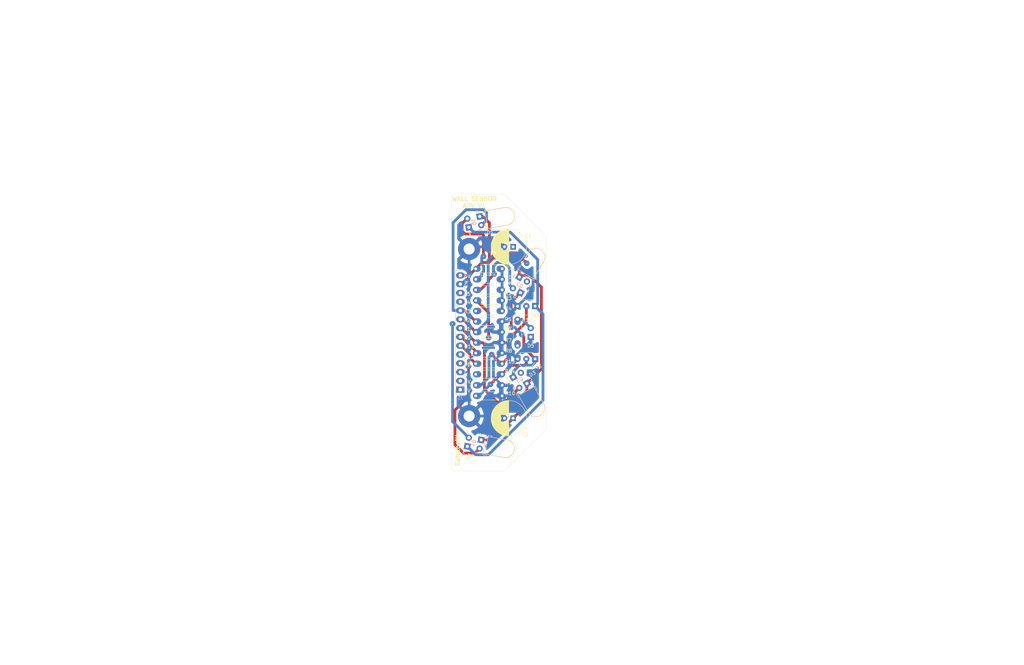
<source format=kicad_pcb>
(kicad_pcb (version 20241229) (generator "pcbnew") (generator_version "9.0")
  (layers (0 "F.Cu" signal) (2 "B.Cu" signal) (13 "F.Paste" user) (15 "B.Paste" user) (5 "F.SilkS" user "F.Silkscreen") (7 "B.SilkS" user "B.Silkscreen") (1 "F.Mask" user) (3 "B.Mask" user) (25 "Edge.Cuts" user))
  (net 0 "")
  (net 1 "/FWD_COMMON")
  (net 2 "Net-(D1-A)")
  (net 3 "GND")
  (net 4 "Net-(D2-A)")
  (net 5 "Net-(D3-A)")
  (net 6 "Net-(D4-A)")
  (net 7 "Net-(D5-A)")
  (net 10 "V_LED")
  (net 11 "A3_LF")
  (net 12 "A2_LD")
  (net 13 "A1_RD")
  (net 14 "A0_RF")
  (net 15 "D6_LED")
  (net 16 "D11_FRONT")
  (net 17 "D12_DIAGONAL")
  (net 18 "5V")
  (net 21 "Net-(Q5-B)")
  (net 22 "/DIA_COMMON")
  (net 23 "Net-(Q6-B)")
  (footprint "MountingHole:MountingHole_3.2mm_M3_Pad" (layer "F.Cu") (at 144.37 129.13)
    (property "Reference" "H2" (hide yes))
    (property "Value" "3.2mm")
    (pad "1" thru_hole circle (at 0 0) (size 6.4 6.4) (drill 3.2) (layers "*.Cu" "*.Mask") (net 3 "GND"))
  )
  (footprint "ukmarsbot:LED_D5.0mm_Horizontal_O6.35mm_Z3.0mm" (layer "F.Cu") (at 159.2 93.5 150)
    (property "Reference" "D2" (at 0.38923 -1.725833 150) (layer "F.SilkS"))
    (property "Value" "SFH4545")
    (fp_text user "k" (at -1.691858 1.669615 330) (layer "F.SilkS"))
    (fp_text user "a" (at 4.134679 0.961474 330) (layer "F.SilkS"))
    (pad "1" thru_hole rect (at 0 0 150) (size 1.8 1.8) (drill 0.9) (layers "*.Cu" "*.Mask") (net 22 "/DIA_COMMON"))
    (pad "2" thru_hole circle (at 2.54 0 150) (size 1.8 1.8) (drill 0.9) (layers "*.Cu" "*.Mask") (net 4 "Net-(D2-A)"))
  )
  (footprint "ukmarsbot:LED_D5.0mm_Horizontal_O6.35mm_Z3.0mm" (layer "F.Cu") (at 144.277127 74.6 100)
    (property "Reference" "D1" (at -2.496749 5.844102 190) (layer "F.SilkS"))
    (property "Value" "SFH4545")
    (fp_text user "k" (at -1.984163 0.01163 10) (layer "F.SilkS"))
    (fp_text user "a" (at 4.270951 1.105308 10) (layer "F.SilkS"))
    (pad "1" thru_hole rect (at 0 0 100) (size 1.8 1.8) (drill 0.9) (layers "*.Cu" "*.Mask") (net 1 "/FWD_COMMON"))
    (pad "2" thru_hole circle (at 2.54 0 100) (size 1.8 1.8) (drill 0.9) (layers "*.Cu" "*.Mask") (net 2 "Net-(D1-A)"))
  )
  (footprint "LED_THT:LED_D3.0mm" (layer "F.Cu") (at 162.15 106.275 90)
    (property "Reference" "D5" (at -2.535 0 0) (layer "F.SilkS"))
    (property "Value" "LED")
    (pad "1" thru_hole rect (at 0 0 90) (size 1.8 1.8) (drill 0.9) (layers "*.Cu" "*.Mask") (net 3 "GND"))
    (pad "2" thru_hole circle (at 2.54 0 90) (size 1.8 1.8) (drill 0.9) (layers "*.Cu" "*.Mask") (net 7 "Net-(D5-A)"))
  )
  (footprint "ukmarsbot:R_Axial_DIN0207_L6.3mm_D2.5mm_P7.62mm_BIGPAD" (layer "F.Cu") (at 146.275 92.681)
    (property "Reference" "R2" (at 9.425 1.019 0) (layer "F.SilkS"))
    (property "Value" "10R")
    (pad "1" thru_hole oval (at 0 0) (size 2.4 1.8) (drill 0.8 (offset 0.4 0)) (layers "*.Cu" "*.Mask") (net 4 "Net-(D2-A)"))
    (pad "2" thru_hole oval (at 7.62 0) (size 2.4 1.8) (drill 0.8 (offset -0.4 0)) (layers "*.Cu" "*.Mask") (net 10 "V_LED"))
  )
  (footprint "ukmarsbot:TO-92_Inline_Wide_HandSolder" (layer "F.Cu") (at 163.42 112.62 180)
    (property "Reference" "Q6" (at -0.88 -2.18 180) (layer "F.SilkS"))
    (property "Value" "BC337")
    (pad "1" thru_hole rect (at 0 0 180) (size 1.8 1.8) (drill 0.8) (layers "*.Cu" "*.Mask") (net 22 "/DIA_COMMON"))
    (pad "2" thru_hole circle (at 2.54 0 180) (size 1.8 1.8) (drill 0.8) (layers "*.Cu" "*.Mask") (net 23 "Net-(Q6-B)"))
    (pad "3" thru_hole circle (at 5.08 0 180) (size 1.8 1.8) (drill 0.8) (layers "*.Cu" "*.Mask") (net 3 "GND"))
  )
  (footprint "Capacitor_THT:CP_Radial_D10.0mm_P2.50mm" (layer "F.Cu") (at 157.07 80.235 180)
    (property "Reference" "C1" (at -4.318 3.048 180) (layer "F.SilkS"))
    (property "Value" "330uF, 16V")
    (pad "1" thru_hole rect (at 0 0 180) (size 1.6 1.6) (drill 0.8) (layers "*.Cu" "*.Mask") (net 10 "V_LED"))
    (pad "2" thru_hole circle (at 2.5 0 180) (size 1.6 1.6) (drill 0.8) (layers "*.Cu" "*.Mask") (net 3 "GND"))
  )
  (footprint "ukmarsbot:LED_D5.0mm_Horizontal_O6.35mm_Z3.0mm" (layer "F.Cu") (at 157.1 117.9 30)
    (property "Reference" "D3" (at 5.294369 1.945884 210) (layer "F.SilkS"))
    (property "Value" "SFH4545")
    (fp_text user "a" (at 4.131089 -0.155256 30) (layer "F.SilkS"))
    (fp_text user "k" (at -1.485641 -0.626795 30) (layer "F.SilkS"))
    (pad "1" thru_hole rect (at 0 0 30) (size 1.8 1.8) (drill 0.9) (layers "*.Cu" "*.Mask") (net 22 "/DIA_COMMON"))
    (pad "2" thru_hole circle (at 2.54 0 30) (size 1.8 1.8) (drill 0.9) (layers "*.Cu" "*.Mask") (net 5 "Net-(D3-A)"))
  )
  (footprint "ukmarsbot:R_Axial_DIN0207_L6.3mm_D2.5mm_P7.62mm_BIGPAD" (layer "F.Cu") (at 146.275 89.633)
    (property "Reference" "R1" (at 9.425 -0.633 0) (layer "F.SilkS"))
    (property "Value" "10R")
    (pad "1" thru_hole oval (at 0 0) (size 2.4 1.8) (drill 0.8 (offset 0.4 0)) (layers "*.Cu" "*.Mask") (net 2 "Net-(D1-A)"))
    (pad "2" thru_hole oval (at 7.62 0) (size 2.4 1.8) (drill 0.8 (offset -0.4 0)) (layers "*.Cu" "*.Mask") (net 10 "V_LED"))
  )
  (footprint "ukmarsbot:LED_D5.0mm_Horizontal_O6.35mm_Z3.0mm" (layer "F.Cu") (at 143.834325 137.9 80)
    (property "Reference" "D4" (at -2.820817 0.783407 80) (layer "F.SilkS"))
    (property "Value" "SFH4545")
    (fp_text user "k" (at -1.796492 -0.720996 350) (layer "F.SilkS"))
    (fp_text user "a" (at 4.383322 -0.778991 350) (layer "F.SilkS"))
    (pad "1" thru_hole rect (at 0 0 80) (size 1.8 1.8) (drill 0.9) (layers "*.Cu" "*.Mask") (net 1 "/FWD_COMMON"))
    (pad "2" thru_hole circle (at 2.54 0 80) (size 1.8 1.8) (drill 0.9) (layers "*.Cu" "*.Mask") (net 6 "Net-(D4-A)"))
  )
  (footprint "ukmarsbot:R_Axial_DIN0207_L6.3mm_D2.5mm_P7.62mm_BIGPAD" (layer "F.Cu") (at 146.285 95.729)
    (property "Reference" "R3" (at 9.415 -0.629 0) (layer "F.SilkS"))
    (property "Value" "10R")
    (pad "1" thru_hole oval (at 0 0) (size 2.4 1.8) (drill 0.8 (offset 0.4 0)) (layers "*.Cu" "*.Mask") (net 5 "Net-(D3-A)"))
    (pad "2" thru_hole oval (at 7.62 0) (size 2.4 1.8) (drill 0.8 (offset -0.4 0)) (layers "*.Cu" "*.Mask") (net 10 "V_LED"))
  )
  (footprint "ukmarsbot:R_Axial_DIN0207_L6.3mm_D2.5mm_P7.62mm_BIGPAD" (layer "F.Cu") (at 146.275 107.921)
    (property "Reference" "R7" (at 9.425 -0.621 0) (layer "F.SilkS"))
    (property "Value" "1k8")
    (pad "1" thru_hole oval (at 0 0) (size 2.4 1.8) (drill 0.8 (offset 0.4 0)) (layers "*.Cu" "*.Mask") (net 13 "A1_RD"))
    (pad "2" thru_hole oval (at 7.62 0) (size 2.4 1.8) (drill 0.8 (offset -0.4 0)) (layers "*.Cu" "*.Mask") (net 3 "GND"))
  )
  (footprint "ukmarsbot:R_Axial_DIN0207_L6.3mm_D2.5mm_P7.62mm_BIGPAD" (layer "F.Cu") (at 146.275 101.825)
    (property "Reference" "R5" (at 9.325 -0.625 0) (layer "F.SilkS"))
    (property "Value" "1k8")
    (pad "1" thru_hole oval (at 0 0) (size 2.4 1.8) (drill 0.8 (offset 0.4 0)) (layers "*.Cu" "*.Mask") (net 11 "A3_LF"))
    (pad "2" thru_hole oval (at 7.62 0) (size 2.4 1.8) (drill 0.8 (offset -0.4 0)) (layers "*.Cu" "*.Mask") (net 3 "GND"))
  )
  (footprint "ukmarsbot:R_Axial_DIN0207_L6.3mm_D2.5mm_P7.62mm_BIGPAD" (layer "F.Cu") (at 146.275 110.969)
    (property "Reference" "R8" (at 9.525 -0.669 0) (layer "F.SilkS"))
    (property "Value" "1k8")
    (pad "1" thru_hole oval (at 0 0) (size 2.4 1.8) (drill 0.8 (offset 0.4 0)) (layers "*.Cu" "*.Mask") (net 14 "A0_RF"))
    (pad "2" thru_hole oval (at 7.62 0) (size 2.4 1.8) (drill 0.8 (offset -0.4 0)) (layers "*.Cu" "*.Mask") (net 3 "GND"))
  )
  (footprint "ukmarsbot:R_Axial_DIN0207_L6.3mm_D2.5mm_P7.62mm_BIGPAD" (layer "F.Cu") (at 146.275 123.288)
    (property "Reference" "R10" (at 9.925 -0.688 0) (layer "F.SilkS"))
    (property "Value" "100k")
    (pad "1" thru_hole oval (at 0 0) (size 2.4 1.8) (drill 0.8 (offset 0.4 0)) (layers "*.Cu" "*.Mask") (net 23 "Net-(Q6-B)"))
    (pad "2" thru_hole oval (at 7.62 0) (size 2.4 1.8) (drill 0.8 (offset -0.4 0)) (layers "*.Cu" "*.Mask") (net 3 "GND"))
  )
  (footprint "ukmarsbot:R_Axial_DIN0207_L6.3mm_D2.5mm_P7.62mm_BIGPAD" (layer "F.Cu") (at 146.275 104.873)
    (property "Reference" "R6" (at 9.325 -0.973 0) (layer "F.SilkS"))
    (property "Value" "1k8")
    (pad "1" thru_hole oval (at 0 0) (size 2.4 1.8) (drill 0.8 (offset 0.4 0)) (layers "*.Cu" "*.Mask") (net 12 "A2_LD"))
    (pad "2" thru_hole oval (at 7.62 0) (size 2.4 1.8) (drill 0.8 (offset -0.4 0)) (layers "*.Cu" "*.Mask") (net 3 "GND"))
  )
  (footprint "ukmarsbot:TO-92_Inline_Wide_HandSolder" (layer "F.Cu") (at 163.42 97.38 180)
    (property "Reference" "Q5" (at -0.28 -2.52 180) (layer "F.SilkS"))
    (property "Value" "BC337")
    (pad "1" thru_hole rect (at 0 0 180) (size 1.8 1.8) (drill 0.8) (layers "*.Cu" "*.Mask") (net 1 "/FWD_COMMON"))
    (pad "2" thru_hole circle (at 2.54 0 180) (size 1.8 1.8) (drill 0.8) (layers "*.Cu" "*.Mask") (net 21 "Net-(Q5-B)"))
    (pad "3" thru_hole circle (at 5.08 0 180) (size 1.8 1.8) (drill 0.8) (layers "*.Cu" "*.Mask") (net 3 "GND"))
  )
  (footprint "MountingHole:MountingHole_3.2mm_M3_Pad" (layer "F.Cu") (at 144.37 80.87)
    (property "Reference" "H1" (hide yes))
    (property "Value" "3.2mm")
    (pad "1" thru_hole circle (at 0 0) (size 6.4 6.4) (drill 3.2) (layers "*.Cu" "*.Mask") (net 3 "GND"))
  )
  (footprint "ukmarsbot:R_Axial_DIN0207_L6.3mm_D2.5mm_P7.62mm_BIGPAD" (layer "F.Cu") (at 153.885 86.585 180)
    (property "Reference" "R11" (at -2.415 0.285 180) (layer "F.SilkS"))
    (property "Value" "33")
    (pad "1" thru_hole oval (at 0 0 180) (size 2.4 1.8) (drill 0.8 (offset 0.4 0)) (layers "*.Cu" "*.Mask") (net 10 "V_LED"))
    (pad "2" thru_hole oval (at 7.62 0 180) (size 2 1.8) (drill 0.8 (offset -0.4 0)) (layers "*.Cu" "*.Mask") (net 18 "5V"))
  )
  (footprint "ukmarsbot:R_Axial_DIN0207_L6.3mm_D2.5mm_P7.62mm_BIGPAD" (layer "F.Cu") (at 146.275 98.777)
    (property "Reference" "R4" (at 9.425 -0.677 0) (layer "F.SilkS"))
    (property "Value" "10R")
    (pad "1" thru_hole oval (at 0 0) (size 2.4 1.8) (drill 0.8 (offset 0.4 0)) (layers "*.Cu" "*.Mask") (net 6 "Net-(D4-A)"))
    (pad "2" thru_hole oval (at 7.62 0) (size 2.4 1.8) (drill 0.8 (offset -0.4 0)) (layers "*.Cu" "*.Mask") (net 10 "V_LED"))
  )
  (footprint "ukmarsbot:R_Axial_DIN0207_L6.3mm_D2.5mm_P7.62mm_BIGPAD" (layer "F.Cu") (at 158.34 101.2 -90)
    (property "Reference" "R12" (at 0.2 -2.76 0) (layer "F.SilkS"))
    (property "Value" "1k0")
    (pad "1" thru_hole oval (at 0 0 270) (size 2.4 1.8) (drill 0.8 (offset 0.4 0)) (layers "*.Cu" "*.Mask") (net 7 "Net-(D5-A)"))
    (pad "2" thru_hole oval (at 7.62 0 270) (size 2.4 1.8) (drill 0.8 (offset -0.4 0)) (layers "*.Cu" "*.Mask") (net 15 "D6_LED"))
  )
  (footprint "ukmarsbot:R_Axial_DIN0207_L6.3mm_D2.5mm_P7.62mm_BIGPAD" (layer "F.Cu") (at 146.275 120.24)
    (property "Reference" "R9" (at 9.425 -0.64 0) (layer "F.SilkS"))
    (property "Value" "100k")
    (pad "1" thru_hole oval (at 0 0) (size 2.4 1.8) (drill 0.8 (offset 0.4 0)) (layers "*.Cu" "*.Mask") (net 21 "Net-(Q5-B)"))
    (pad "2" thru_hole oval (at 7.62 0) (size 2.4 1.8) (drill 0.8 (offset -0.4 0)) (layers "*.Cu" "*.Mask") (net 3 "GND"))
  )
  (footprint "ukmarsbot:R_Axial_DIN0207_L6.3mm_D2.5mm_P7.62mm_BIGPAD" (layer "F.Cu") (at 146.275 114.017)
    (property "Reference" "R13" (at 9.825 -0.617 0) (layer "F.SilkS"))
    (property "Value" "390R")
    (pad "1" thru_hole oval (at 0 0) (size 2.4 1.8) (drill 0.8 (offset 0.4 0)) (layers "*.Cu" "*.Mask") (net 16 "D11_FRONT"))
    (pad "2" thru_hole oval (at 7.62 0) (size 2.4 1.8) (drill 0.8 (offset -0.4 0)) (layers "*.Cu" "*.Mask") (net 21 "Net-(Q5-B)"))
  )
  (footprint "ukmarsbot:R_Axial_DIN0207_L6.3mm_D2.5mm_P7.62mm_BIGPAD" (layer "F.Cu") (at 146.275 117.065)
    (property "Reference" "R14" (at 9.825 -0.865 0) (layer "F.SilkS"))
    (property "Value" "390R")
    (pad "1" thru_hole oval (at 0 0) (size 2.4 1.8) (drill 0.8 (offset 0.4 0)) (layers "*.Cu" "*.Mask") (net 17 "D12_DIAGONAL"))
    (pad "2" thru_hole oval (at 7.62 0) (size 2.4 1.8) (drill 0.8 (offset -0.4 0)) (layers "*.Cu" "*.Mask") (net 23 "Net-(Q6-B)"))
  )
  (footprint "ukmarsbot:mainboard_with_maze" (layer "F.Cu") (at 105 105)
    (property "Reference" "REF**" (hide yes))
    (property "Value" "UKMARSBOT")
  )
  (footprint "Capacitor_THT:CP_Radial_D10.0mm_P2.50mm" (layer "F.Cu") (at 157.07 129.765 180)
    (property "Reference" "C2" (at -3.429 -4.699 180) (layer "F.SilkS"))
    (property "Value" "330uF, 16V")
    (pad "1" thru_hole rect (at 0 0 180) (size 1.6 1.6) (drill 0.8) (layers "*.Cu" "*.Mask") (net 18 "5V"))
    (pad "2" thru_hole circle (at 2.5 0 180) (size 1.6 1.6) (drill 0.8) (layers "*.Cu" "*.Mask") (net 3 "GND"))
  )
  (footprint "ukmarsbot:LED_D5.0mm_Horizontal_O1.27mm_Z3.0mm_IRGrey" (layer "B.Cu") (at 147.825391 136.026588 -100)
    (property "Reference" "Q4" (at 1.27 1.96 80) (layer "B.SilkS") (effects (justify mirror)))
    (property "Value" "TEFT4300")
    (fp_text user "c" (at -1.500002 0.6 80) (layer "B.SilkS") (effects (justify mirror)))
    (fp_text user "e" (at 3.9 0.7 80) (layer "B.SilkS") (effects (justify mirror)))
    (pad "1" thru_hole rect (at 0 0 260) (size 1.8 1.8) (drill 0.9) (layers "*.Cu" "*.Mask") (net 18 "5V"))
    (pad "2" thru_hole circle (at 2.54 0 260) (size 1.8 1.8) (drill 0.9) (layers "*.Cu" "*.Mask") (net 14 "A0_RF"))
  )
  (footprint "ukmarsbot:LED_D5.0mm_Horizontal_O1.27mm_Z3.0mm_IRGrey" (layer "B.Cu") (at 158.848 88.998 -30)
    (property "Reference" "Q2" (at 1.27 1.96 150) (layer "B.SilkS") (effects (justify mirror)))
    (property "Value" "TEFT4300")
    (fp_text user "c" (at -1.5 0.6 150) (layer "B.SilkS") (effects (justify mirror)))
    (fp_text user "e" (at 3.9 0.7 150) (layer "B.SilkS") (effects (justify mirror)))
    (pad "1" thru_hole rect (at 0 0 330) (size 1.8 1.8) (drill 0.9) (layers "*.Cu" "*.Mask") (net 18 "5V"))
    (pad "2" thru_hole circle (at 2.54 0 330) (size 1.8 1.8) (drill 0.9) (layers "*.Cu" "*.Mask") (net 12 "A2_LD"))
  )
  (footprint "ukmarsbot:LED_D5.0mm_Horizontal_O1.27mm_Z3.0mm_IRGrey" (layer "B.Cu") (at 147.427127 71.472 -80)
    (property "Reference" "Q1" (at 1.27 1.96 100) (layer "B.SilkS") (effects (justify mirror)))
    (property "Value" "TEFT4300")
    (fp_text user "e" (at 3.9 0.7 100) (layer "B.SilkS") (effects (justify mirror)))
    (fp_text user "c" (at -1.5 0.6 100) (layer "B.SilkS") (effects (justify mirror)))
    (pad "1" thru_hole rect (at 0 0 280) (size 1.8 1.8) (drill 0.9) (layers "*.Cu" "*.Mask") (net 18 "5V"))
    (pad "2" thru_hole circle (at 2.54 0 280) (size 1.8 1.8) (drill 0.9) (layers "*.Cu" "*.Mask") (net 11 "A3_LF"))
  )
  (footprint "ukmarsbot:LED_D5.0mm_Horizontal_O1.27mm_Z3.0mm_IRGrey" (layer "B.Cu") (at 161.047705 119.732 -150)
    (property "Reference" "Q3" (at 1.27 1.96 30) (layer "B.SilkS") (effects (justify mirror)))
    (property "Value" "TEFT4300")
    (fp_text user "c" (at -1.5 0.6 30) (layer "B.SilkS") (effects (justify mirror)))
    (fp_text user "e" (at 3.9 0.7 30) (layer "B.SilkS") (effects (justify mirror)))
    (pad "1" thru_hole rect (at 0 0 210) (size 1.8 1.8) (drill 0.9) (layers "*.Cu" "*.Mask") (net 18 "5V"))
    (pad "2" thru_hole circle (at 2.54 0 210) (size 1.8 1.8) (drill 0.9) (layers "*.Cu" "*.Mask") (net 13 "A1_RD"))
  )
  (footprint "ukmarsbot:PinHeader_1x14_P2.54mm_Vertical_Longpads" (layer "B.Cu") (at 141.83 121.51)
    (property "Reference" "J1" (at 0 2.33 180) (layer "B.SilkS") (effects (justify mirror)))
    (property "Value" "Conn_01x14")
    (pad "1" thru_hole rect (at 0 0) (size 2.4 1.8) (drill 1) (layers "*.Cu" "*.Mask"))
    (pad "2" thru_hole oval (at 0 -2.54) (size 2.4 1.8) (drill 1) (layers "*.Cu" "*.Mask"))
    (pad "3" thru_hole oval (at 0 -5.08) (size 2.4 1.8) (drill 1) (layers "*.Cu" "*.Mask") (net 3 "GND"))
    (pad "4" thru_hole oval (at 0 -7.62) (size 2.4 1.8) (drill 1) (layers "*.Cu" "*.Mask") (net 15 "D6_LED"))
    (pad "5" thru_hole oval (at 0 -10.16) (size 2.4 1.8) (drill 1) (layers "*.Cu" "*.Mask") (net 17 "D12_DIAGONAL"))
    (pad "6" thru_hole oval (at 0 -12.7) (size 2.4 1.8) (drill 1) (layers "*.Cu" "*.Mask") (net 16 "D11_FRONT"))
    (pad "7" thru_hole oval (at 0 -15.24) (size 2.4 1.8) (drill 1) (layers "*.Cu" "*.Mask") (net 14 "A0_RF"))
    (pad "8" thru_hole oval (at 0 -17.78) (size 2.4 1.8) (drill 1) (layers "*.Cu" "*.Mask") (net 13 "A1_RD"))
    (pad "9" thru_hole oval (at 0 -20.32) (size 2.4 1.8) (drill 1) (layers "*.Cu" "*.Mask") (net 12 "A2_LD"))
    (pad "10" thru_hole oval (at 0 -22.86) (size 2.4 1.8) (drill 1) (layers "*.Cu" "*.Mask") (net 11 "A3_LF"))
    (pad "11" thru_hole oval (at 0 -25.4) (size 2.4 1.8) (drill 1) (layers "*.Cu" "*.Mask"))
    (pad "12" thru_hole oval (at 0 -27.94) (size 2.4 1.8) (drill 1) (layers "*.Cu" "*.Mask"))
    (pad "13" thru_hole oval (at 0 -30.48) (size 2.4 1.8) (drill 1) (layers "*.Cu" "*.Mask") (net 3 "GND"))
    (pad "14" thru_hole oval (at 0 -33.02) (size 2.4 1.8) (drill 1) (layers "*.Cu" "*.Mask") (net 18 "5V"))
  )
  (gr_line (start 139.29 145.005) (end 139.29 64.995) (stroke (width 0.05)) (layer "Edge.Cuts"))
  (gr_line (start 166.595 132.305) (end 166.595 132.94) (stroke (width 0.05)) (layer "Edge.Cuts"))
  (gr_line (start 166.595 132.94) (end 154.53 145.005) (stroke (width 0.05)) (layer "Edge.Cuts"))
  (gr_line (start 154.53 145.005) (end 139.29 145.005) (stroke (width 0.05)) (layer "Edge.Cuts"))
  (gr_line (start 166.595 77.06) (end 166.595 132.305) (stroke (width 0.05)) (layer "Edge.Cuts"))
  (gr_line (start 154.53 64.995) (end 166.595 77.06) (stroke (width 0.05)) (layer "Edge.Cuts"))
  (gr_line (start 139.29 64.995) (end 154.53 64.995) (stroke (width 0.05)) (layer "Edge.Cuts"))
  (gr_text "G" (at 142.846 91.284 0) (layer "F.SilkS") (effects (font (size 1 1)) (justify left)))
  (gr_text "5V" (at 142.846 88.744 0) (layer "F.SilkS") (effects (font (size 1 1)) (justify left)))
  (gr_text "3V" (at 142.846 121.764 0) (layer "F.SilkS") (effects (font (size 1 1)) (justify left)))
  (gr_text "WALL SENSOR\nADV V1" (at 145.894 67.408 0) (layer "F.SilkS") (effects (font (size 1.25 1.25) (thickness 0.254))))
  (gr_text "A1" (at 142.846 103.984 0) (layer "F.SilkS") (effects (font (size 1 1)) (justify left)))
  (gr_text "Ratatouille " (at 141.068 138.02 90) (layer "F.SilkS") (effects (font (size 1.25 1.25) (thickness 0.254))))
  (gr_text "D11" (at 142.846 109.064 0) (layer "F.SilkS") (effects (font (size 1 1)) (justify left)))
  (gr_text "D6" (at 142.846 114.144 0) (layer "F.SilkS") (effects (font (size 1 1)) (justify left)))
  (gr_text "A3" (at 142.846 98.904 0) (layer "F.SilkS") (effects (font (size 1 1)) (justify left)))
  (gr_text "A2" (at 142.846 101.444 0) (layer "F.SilkS") (effects (font (size 1 1)) (justify left)))
  (gr_text "G" (at 142.846 116.684 0) (layer "F.SilkS") (effects (font (size 1 1)) (justify left)))
  (gr_text "5V" (at 142.846 119.224 0) (layer "F.SilkS") (effects (font (size 1 1)) (justify left)))
  (gr_text "A0" (at 142.846 106.524 0) (layer "F.SilkS") (effects (font (size 1 1)) (justify left)))
  (gr_text "A5" (at 142.846 93.824 0) (layer "F.SilkS") (effects (font (size 1 1)) (justify left)))
  (gr_text "A4" (at 142.846 96.364 0) (layer "F.SilkS") (effects (font (size 1 1)) (justify left)))
  (gr_text "D12" (at 142.846 112.112 0) (layer "F.SilkS") (effects (font (size 1 1)) (justify left)))
  (segment (start 144.277127 74.6) (end 145.677127 76) (width 0.8) (layer "B.Cu") (net 1))
  (segment (start 164.149705 83.912705) (end 164.149705 96.650295) (width 0.8) (layer "B.Cu") (net 1))
  (segment (start 149.908 140.329) (end 146.263325 140.329) (width 0.8) (layer "B.Cu") (net 1))
  (segment (start 156.237 76) (end 164.149705 83.912705) (width 0.8) (layer "B.Cu") (net 1))
  (segment (start 165.694 124.543) (end 149.908 140.329) (width 0.8) (layer "B.Cu") (net 1))
  (segment (start 146.263325 140.329) (end 143.834325 137.9) (width 0.8) (layer "B.Cu") (net 1))
  (segment (start 165.694 99.654) (end 165.694 124.543) (width 0.8) (layer "B.Cu") (net 1))
  (segment (start 145.677127 76) (end 156.237 76) (width 0.8) (layer "B.Cu") (net 1))
  (segment (start 163.42 97.38) (end 165.694 99.654) (width 0.8) (layer "B.Cu") (net 1))
  (segment (start 164.149705 96.650295) (end 163.42 97.38) (width 0.8) (layer "B.Cu") (net 1))
  (segment (start 143.836061 72.098588) (end 143.731677 72.098588) (width 0.8) (layer "F.Cu") (net 2))
  (segment (start 148.5 76.866911) (end 148.5 83) (width 0.8) (layer "F.Cu") (net 2))
  (segment (start 142.333517 73.496748) (end 142.333517 75.703252) (width 0.8) (layer "F.Cu") (net 2))
  (segment (start 143.731677 72.098588) (end 142.333517 73.496748) (width 0.8) (layer "F.Cu") (net 2))
  (segment (start 142.333517 75.703252) (end 143.173875 76.54361) (width 0.8) (layer "F.Cu") (net 2))
  (segment (start 148.176699 76.54361) (end 148.5 76.866911) (width 0.8) (layer "F.Cu") (net 2))
  (segment (start 143.173875 76.54361) (end 148.176699 76.54361) (width 0.8) (layer "F.Cu") (net 2))
  (via (at 148.5 83) (size 1.6) (drill 0.3) (layers "F.Cu" "B.Cu") (net 2))
  (segment (start 148 87.896999) (end 148 88.5) (width 0.8) (layer "B.Cu") (net 2))
  (segment (start 148.566 87.330999) (end 148 87.896999) (width 0.8) (layer "B.Cu") (net 2))
  (segment (start 148 83.5) (end 148 85.273001) (width 0.8) (layer "B.Cu") (net 2))
  (segment (start 148 88.5) (end 146.867 89.633) (width 0.8) (layer "B.Cu") (net 2))
  (segment (start 148 85.273001) (end 148.566 85.839001) (width 0.8) (layer "B.Cu") (net 2))
  (segment (start 146.867 89.633) (end 146.275 89.633) (width 0.8) (layer "B.Cu") (net 2))
  (segment (start 148.566 85.839001) (end 148.566 87.330999) (width 0.8) (layer "B.Cu") (net 2))
  (segment (start 148.5 83) (end 148 83.5) (width 0.8) (layer "B.Cu") (net 2))
  (segment (start 153.895 101.825) (end 158.34 97.38) (width 0.8) (layer "B.Cu") (net 3))
  (segment (start 145.005 80.235) (end 144.37 80.87) (width 0.8) (layer "B.Cu") (net 3))
  (segment (start 151.394 113.271001) (end 153.696001 110.969) (width 0.8) (layer "B.Cu") (net 3))
  (segment (start 154.57 123.963) (end 153.895 123.288) (width 0.8) (layer "B.Cu") (net 3))
  (segment (start 151.394 117.810999) (end 151.394 113.271001) (width 0.8) (layer "B.Cu") (net 3))
  (segment (start 142.136999 91.03) (end 141.83 91.03) (width 0.8) (layer "B.Cu") (net 3))
  (segment (start 144.37 129.13) (end 153.935 129.13) (width 0.8) (layer "B.Cu") (net 3))
  (segment (start 158.34 111.266999) (end 162.15 107.456999) (width 0.8) (layer "B.Cu") (net 3))
  (segment (start 144.37 129.13) (end 144.37 116.97) (width 0.8) (layer "B.Cu") (net 3))
  (segment (start 153.895 107.921) (end 153.895 104.873) (width 0.8) (layer "B.Cu") (net 3))
  (segment (start 156.689 110.969) (end 158.34 112.62) (width 0.8) (layer "B.Cu") (net 3))
  (segment (start 153.935 129.13) (end 154.57 129.765) (width 0.8) (layer "B.Cu") (net 3))
  (segment (start 158.34 112.62) (end 158.34 111.266999) (width 0.8) (layer "B.Cu") (net 3))
  (segment (start 154.57 80.235) (end 145.005 80.235) (width 0.8) (layer "B.Cu") (net 3))
  (segment (start 153.895 120.24) (end 153.823001 120.24) (width 0.8) (layer "B.Cu") (net 3))
  (segment (start 158.34 97.38) (end 158.34 97.373001) (width 0.8) (layer "B.Cu") (net 3))
  (segment (start 162.848705 89.415705) (end 154.57 81.137) (width 0.8) (layer "B.Cu") (net 3))
  (segment (start 144.37 88.796999) (end 142.136999 91.03) (width 0.8) (layer "B.Cu") (net 3))
  (segment (start 162.15 107.456999) (end 162.15 106.275) (width 0.8) (layer "B.Cu") (net 3))
  (segment (start 144.37 116.97) (end 143.83 116.43) (width 0.8) (layer "B.Cu") (net 3))
  (segment (start 153.895 104.873) (end 153.895 101.825) (width 0.8) (layer "B.Cu") (net 3))
  (segment (start 158.34 97.373001) (end 162.848705 92.864296) (width 0.8) (layer "B.Cu") (net 3))
  (segment (start 154.57 129.765) (end 154.57 123.963) (width 0.8) (layer "B.Cu") (net 3))
  (segment (start 144.37 80.87) (end 144.37 88.796999) (width 0.8) (layer "B.Cu") (net 3))
  (segment (start 153.895 110.969) (end 153.895 107.921) (width 0.8) (layer "B.Cu") (net 3))
  (segment (start 153.696001 110.969) (end 153.895 110.969) (width 0.8) (layer "B.Cu") (net 3))
  (segment (start 153.823001 120.24) (end 151.394 117.810999) (width 0.8) (layer "B.Cu") (net 3))
  (segment (start 154.57 81.137) (end 154.57 80.235) (width 0.8) (layer "B.Cu") (net 3))
  (segment (start 153.895 110.969) (end 156.689 110.969) (width 0.8) (layer "B.Cu") (net 3))
  (segment (start 153.895 123.288) (end 153.895 120.24) (width 0.8) (layer "B.Cu") (net 3))
  (segment (start 162.848705 92.864296) (end 162.848705 89.415705) (width 0.8) (layer "B.Cu") (net 3))
  (segment (start 143.83 116.43) (end 141.83 116.43) (width 0.8) (layer "B.Cu") (net 3))
  (segment (start 147.600001 92.681) (end 146.275 92.681) (width 0.8) (layer "F.Cu") (net 4))
  (segment (start 150 89.717831) (end 150 90.281001) (width 0.8) (layer "F.Cu") (net 4))
  (segment (start 151.5985 88.119331) (end 150 89.717831) (width 0.8) (layer "F.Cu") (net 4))
  (segment (start 150 90.281001) (end 147.600001 92.681) (width 0.8) (layer "F.Cu") (net 4))
  (via (at 151.5985 88.119331) (size 1.6) (drill 0.3) (layers "F.Cu" "B.Cu") (net 4))
  (segment (start 151.384 85.839001) (end 152.439001 84.784) (width 0.8) (layer "B.Cu") (net 4))
  (segment (start 151.5985 88.119331) (end 151.5985 87.545499) (width 0.8) (layer "B.Cu") (net 4))
  (segment (start 156.100295 86.353296) (end 156.100295 91.33) (width 0.8) (layer "B.Cu") (net 4))
  (segment (start 151.5985 87.545499) (end 151.384 87.330999) (width 0.8) (layer "B.Cu") (net 4))
  (segment (start 152.439001 84.784) (end 154.530999 84.784) (width 0.8) (layer "B.Cu") (net 4))
  (segment (start 154.530999 84.784) (end 156.100295 86.353296) (width 0.8) (layer "B.Cu") (net 4))
  (segment (start 151.384 87.330999) (end 151.384 85.839001) (width 0.8) (layer "B.Cu") (net 4))
  (segment (start 156.100295 91.33) (end 157.000295 92.23) (width 0.8) (layer "B.Cu") (net 4))
  (segment (start 146.285 95.729) (end 146.473999 95.729) (width 0.8) (layer "F.Cu") (net 5))
  (segment (start 150 99.255001) (end 150 106.5) (width 0.8) (layer "F.Cu") (net 5))
  (segment (start 146.473999 95.729) (end 150 99.255001) (width 0.8) (layer "F.Cu") (net 5))
  (via (at 150 106.5) (size 1.6) (drill 0.3) (layers "F.Cu" "B.Cu") (net 5))
  (via (at 139.565646 102.50041) (size 1.6) (drill 0.3) (layers "F.Cu" "B.Cu") (net 6))
  (segment (start 144.275391 135.398588) (end 139.565646 130.688843) (width 0.8) (layer "B.Cu") (net 6))
  (segment (start 139.565646 130.688843) (end 139.565646 102.50041) (width 0.8) (layer "B.Cu") (net 6))
  (segment (start 159.615 101.2) (end 162.15 103.735) (width 0.8) (layer "B.Cu") (net 7))
  (segment (start 158.34 101.2) (end 159.615 101.2) (width 0.8) (layer "B.Cu") (net 7))
  (segment (start 157.07 80.235) (end 157.07 80.57) (width 0.8) (layer "B.Cu") (net 10))
  (segment (start 153.885 86.585) (end 153.885 89.623) (width 0.8) (layer "B.Cu") (net 10))
  (segment (start 153.885 92.671) (end 153.895 92.681) (width 0.8) (layer "B.Cu") (net 10))
  (segment (start 153.905 95.729) (end 153.905 98.767) (width 0.8) (layer "B.Cu") (net 10))
  (segment (start 153.895 95.719) (end 153.905 95.729) (width 0.8) (layer "B.Cu") (net 10))
  (segment (start 153.895 92.681) (end 153.895 95.719) (width 0.8) (layer "B.Cu") (net 10))
  (segment (start 153.905 98.767) (end 153.895 98.777) (width 0.8) (layer "B.Cu") (net 10))
  (segment (start 153.885 89.623) (end 153.895 89.633) (width 0.8) (layer "B.Cu") (net 10))
  (segment (start 153.885 86.585) (end 153.885 92.671) (width 0.8) (layer "B.Cu") (net 10))
  (segment (start 141.83 98.65) (end 143.1 98.65) (width 0.8) (layer "F.Cu") (net 11))
  (segment (start 143.1 98.65) (end 146.275 101.825) (width 0.8) (layer "F.Cu") (net 11))
  (segment (start 149.370737 72.575252) (end 149.370737 70.368748) (width 0.8) (layer "B.Cu") (net 11))
  (segment (start 143.47161 69.52839) (end 139.729 73.271) (width 0.8) (layer "B.Cu") (net 11))
  (segment (start 139.729 98.549) (end 139.83 98.65) (width 0.8) (layer "B.Cu") (net 11))
  (segment (start 149.370737 70.368748) (end 148.530379 69.52839) (width 0.8) (layer "B.Cu") (net 11))
  (segment (start 139.83 98.65) (end 141.83 98.65) (width 0.8) (layer "B.Cu") (net 11))
  (segment (start 148.530379 69.52839) (end 143.47161 69.52839) (width 0.8) (layer "B.Cu") (net 11))
  (segment (start 139.729 73.271) (end 139.729 98.549) (width 0.8) (layer "B.Cu") (net 11))
  (segment (start 147.868193 73.973412) (end 147.972577 73.973412) (width 0.8) (layer "B.Cu") (net 11))
  (segment (start 147.972577 73.973412) (end 149.370737 72.575252) (width 0.8) (layer "B.Cu") (net 11))
  (segment (start 152 82) (end 158 82) (width 0.8) (layer "F.Cu") (net 12))
  (segment (start 141.83 101.19) (end 142.592 101.19) (width 0.8) (layer "F.Cu") (net 12))
  (segment (start 142.592 101.19) (end 146.275 104.873) (width 0.8) (layer "F.Cu") (net 12))
  (segment (start 158 82) (end 161 85) (width 0.8) (layer "F.Cu") (net 12))
  (via (at 152 82) (size 1.3) (drill 0.4) (layers "F.Cu" "B.Cu") (net 12))
  (via (at 161 85) (size 1.6) (drill 0.3) (layers "F.Cu" "B.Cu") (net 12))
  (segment (start 149.867 101.479999) (end 149.867 84.133) (width 0.8) (layer "B.Cu") (net 12))
  (segment (start 146.473999 104.873) (end 149.867 101.479999) (width 0.8) (layer "B.Cu") (net 12))
  (segment (start 149.867 84.133) (end 152 82) (width 0.8) (layer "B.Cu") (net 12))
  (segment (start 146.275 104.873) (end 146.473999 104.873) (width 0.8) (layer "B.Cu") (net 12))
  (segment (start 158.848 121.002) (end 154.761 125.089) (width 0.8) (layer "F.Cu") (net 13))
  (segment (start 146.275 107.921) (end 146.275 107.868001) (width 0.8) (layer "F.Cu") (net 13))
  (segment (start 148.776 121.415999) (end 148.776 108.45) (width 0.8) (layer "F.Cu") (net 13))
  (segment (start 148.247 107.921) (end 146.275 107.921) (width 0.8) (layer "F.Cu") (net 13))
  (segment (start 142.136999 103.73) (end 141.83 103.73) (width 0.8) (layer "F.Cu") (net 13))
  (segment (start 148.776 108.45) (end 148.247 107.921) (width 0.8) (layer "F.Cu") (net 13))
  (segment (start 152.449001 125.089) (end 148.776 121.415999) (width 0.8) (layer "F.Cu") (net 13))
  (segment (start 146.275 107.868001) (end 142.136999 103.73) (width 0.8) (layer "F.Cu") (net 13))
  (segment (start 154.761 125.089) (end 152.449001 125.089) (width 0.8) (layer "F.Cu") (net 13))
  (segment (start 146.275 110.408001) (end 146.275 110.969) (width 0.8) (layer "F.Cu") (net 14))
  (segment (start 142.731073 139.84361) (end 140.269 137.381537) (width 0.8) (layer "F.Cu") (net 14))
  (segment (start 146.068715 139.84361) (end 142.731073 139.84361) (width 0.8) (layer "F.Cu") (net 14))
  (segment (start 142.136999 106.27) (end 146.275 110.408001) (width 0.8) (layer "F.Cu") (net 14))
  (segment (start 140.269 137.381537) (end 140.269 127.43131) (width 0.8) (layer "F.Cu") (net 14))
  (segment (start 147.384325 138.528) (end 146.068715 139.84361) (width 0.8) (layer "F.Cu") (net 14))
  (segment (start 140.269 127.43131) (end 144.185497 123.514813) (width 0.8) (layer "F.Cu") (net 14))
  (segment (start 141.83 106.27) (end 142.136999 106.27) (width 0.8) (layer "F.Cu") (net 14))
  (segment (start 144.185497 123.514813) (end 144.185497 114.767585) (width 0.8) (layer "F.Cu") (net 14))
  (via (at 144.185497 114.767585) (size 1.6) (drill 0.3) (layers "F.Cu" "B.Cu") (net 14))
  (segment (start 144.185497 114.767585) (end 144.185497 113.058503) (width 0.8) (layer "B.Cu") (net 14))
  (segment (start 144.185497 113.058503) (end 146.275 110.969) (width 0.8) (layer "B.Cu") (net 14))
  (segment (start 144.574 111.247001) (end 144.574 111.714999) (width 0.8) (layer "F.Cu") (net 16))
  (segment (start 145 112.742) (end 146.275 114.017) (width 0.8) (layer "F.Cu") (net 16))
  (segment (start 142.136999 108.81) (end 144.574 111.247001) (width 0.8) (layer "F.Cu") (net 16))
  (segment (start 144.574 111.714999) (end 145 112.140999) (width 0.8) (layer "F.Cu") (net 16))
  (segment (start 145 112.140999) (end 145 112.742) (width 0.8) (layer "F.Cu") (net 16))
  (segment (start 141.83 108.81) (end 142.136999 108.81) (width 0.8) (layer "F.Cu") (net 16))
  (segment (start 147.427127 71.472) (end 148.341011 71.472) (width 0.8) (layer "F.Cu") (net 18))
  (segment (start 150.808412 136.026588) (end 147.825391 136.026588) (width 0.8) (layer "F.Cu") (net 18))
  (segment (start 161.047705 125.787295) (end 157.07 129.765) (width 0.8) (layer "F.Cu") (net 18))
  (segment (start 161.047705 119.732) (end 161.047705 125.787295) (width 0.8) (layer "F.Cu") (net 18))
  (segment (start 144.36 88.49) (end 146.265 86.585) (width 0.8) (layer "F.Cu") (net 18))
  (segment (start 148.066 84.784) (end 150 84.784) (width 0.8) (layer "F.Cu") (net 18))
  (segment (start 155.5 83.5) (end 158.848 86.848) (width 0.8) (layer "F.Cu") (net 18))
  (segment (start 157.07 129.765) (end 150.808412 136.026588) (width 0.8) (layer "F.Cu") (net 18))
  (segment (start 165.221 91.894296) (end 165.221 115.558705) (width 0.8) (layer "F.Cu") (net 18))
  (segment (start 146.265 86.585) (end 148.066 84.784) (width 0.8) (layer "F.Cu") (net 18))
  (segment (start 159.379 88.467) (end 161.793704 88.467) (width 0.8) (layer "F.Cu") (net 18))
  (segment (start 161.793704 88.467) (end 165.221 91.894296) (width 0.8) (layer "F.Cu") (net 18))
  (segment (start 158.848 88.998) (end 159.379 88.467) (width 0.8) (layer "F.Cu") (net 18))
  (segment (start 141.83 88.49) (end 144.36 88.49) (width 0.8) (layer "F.Cu") (net 18))
  (segment (start 150 84.784) (end 151.284 83.5) (width 0.8) (layer "F.Cu") (net 18))
  (segment (start 148.341011 71.472) (end 150.201 73.331989) (width 0.8) (layer "F.Cu") (net 18))
  (segment (start 150.201 84.583) (end 150 84.784) (width 0.8) (layer "F.Cu") (net 18))
  (segment (start 165.221 115.558705) (end 161.047705 119.732) (width 0.8) (layer "F.Cu") (net 18))
  (segment (start 151.284 83.5) (end 155.5 83.5) (width 0.8) (layer "F.Cu") (net 18))
  (segment (start 150.201 73.331989) (end 150.201 84.583) (width 0.8) (layer "F.Cu") (net 18))
  (segment (start 158.848 86.848) (end 158.848 88.998) (width 0.8) (layer "F.Cu") (net 18))
  (segment (start 153.895 114.017) (end 155.596 112.316) (width 0.8) (layer "F.Cu") (net 21))
  (segment (start 160.88 101.906999) (end 160.88 97.38) (width 0.8) (layer "F.Cu") (net 21))
  (segment (start 150.880418 111.380418) (end 153.517 114.017) (width 0.8) (layer "F.Cu") (net 21))
  (segment (start 153.517 114.017) (end 153.895 114.017) (width 0.8) (layer "F.Cu") (net 21))
  (segment (start 155.596 107.190999) (end 160.88 101.906999) (width 0.8) (layer "F.Cu") (net 21))
  (segment (start 155.596 112.316) (end 155.596 107.190999) (width 0.8) (layer "F.Cu") (net 21))
  (via (at 150.880418 111.380418) (size 1.6) (drill 0.3) (layers "F.Cu" "B.Cu") (net 21))
  (segment (start 150.093 112.167836) (end 150.880418 111.380418) (width 0.8) (layer "B.Cu") (net 21))
  (segment (start 146.275 120.24) (end 147.76 120.24) (width 0.8) (layer "B.Cu") (net 21))
  (segment (start 147.76 120.24) (end 150.093 117.907) (width 0.8) (layer "B.Cu") (net 21))
  (segment (start 150.093 117.907) (end 150.093 112.167836) (width 0.8) (layer "B.Cu") (net 21))
  (segment (start 163.42 112.613001) (end 163.42 112.62) (width 0.8) (layer "F.Cu") (net 22))
  (segment (start 159.595582 105.595582) (end 160.141 106.141) (width 0.8) (layer "F.Cu") (net 22))
  (segment (start 156.5 96.2) (end 156.5 103.5) (width 0.8) (layer "F.Cu") (net 22))
  (segment (start 159.2 93.5) (end 156.5 96.2) (width 0.8) (layer "F.Cu") (net 22))
  (segment (start 160.141 109.334001) (end 163.42 112.613001) (width 0.8) (layer "F.Cu") (net 22))
  (segment (start 160.141 106.141) (end 160.141 109.334001) (width 0.8) (layer "F.Cu") (net 22))
  (via (at 159.595582 105.595582) (size 1.6) (drill 0.3) (layers "F.Cu" "B.Cu") (net 22))
  (via (at 156.5 103.5) (size 1.6) (drill 0.3) (layers "F.Cu" "B.Cu") (net 22))
  (segment (start 156.5 103.5) (end 157.5 103.5) (width 0.8) (layer "B.Cu") (net 22))
  (segment (start 157.5 103.5) (end 159.595582 105.595582) (width 0.8) (layer "B.Cu") (net 22))
  (segment (start 163.42 113.58) (end 163.42 112.62) (width 0.8) (layer "B.Cu") (net 22))
  (segment (start 157.1 117.9) (end 157.1 116.282706) (width 0.8) (layer "B.Cu") (net 22))
  (segment (start 162.579 114.421) (end 163.42 113.58) (width 0.8) (layer "B.Cu") (net 22))
  (segment (start 157.1 116.282706) (end 158.961706 114.421) (width 0.8) (layer "B.Cu") (net 22))
  (segment (start 158.961706 114.421) (end 162.579 114.421) (width 0.8) (layer "B.Cu") (net 22))
  (segment (start 153.895 117.065) (end 156.46 114.5) (width 0.8) (layer "F.Cu") (net 23))
  (segment (start 150.5 120) (end 153.435 117.065) (width 0.8) (layer "F.Cu") (net 23))
  (segment (start 160.88 113.892792) (end 160.88 112.62) (width 0.8) (layer "F.Cu") (net 23))
  (segment (start 153.435 117.065) (end 153.895 117.065) (width 0.8) (layer "F.Cu") (net 23))
  (segment (start 156.46 114.5) (end 160.272792 114.5) (width 0.8) (layer "F.Cu") (net 23))
  (segment (start 160.272792 114.5) (end 160.88 113.892792) (width 0.8) (layer "F.Cu") (net 23))
  (via (at 150.5 120) (size 1.6) (drill 0.3) (layers "F.Cu" "B.Cu") (net 23))
  (segment (start 147.212 123.288) (end 150.5 120) (width 0.8) (layer "B.Cu") (net 23))
  (segment (start 146.275 123.288) (end 147.212 123.288) (width 0.8) (layer "B.Cu") (net 23))
  (zone (net 3) (net_name "GND") (layer "B.Cu") (connect_pads (clearance 0.8)) (min_thickness 0.8) (fill yes (thermal_gap 1) (thermal_bridge_width 1))
    (polygon (pts (xy 139.5 65) (xy 154.5 65) (xy 166.5 77) (xy 166.5 133) (xy 154.5 144.5) (xy 139.5 144.5)))
  )
)
</source>
